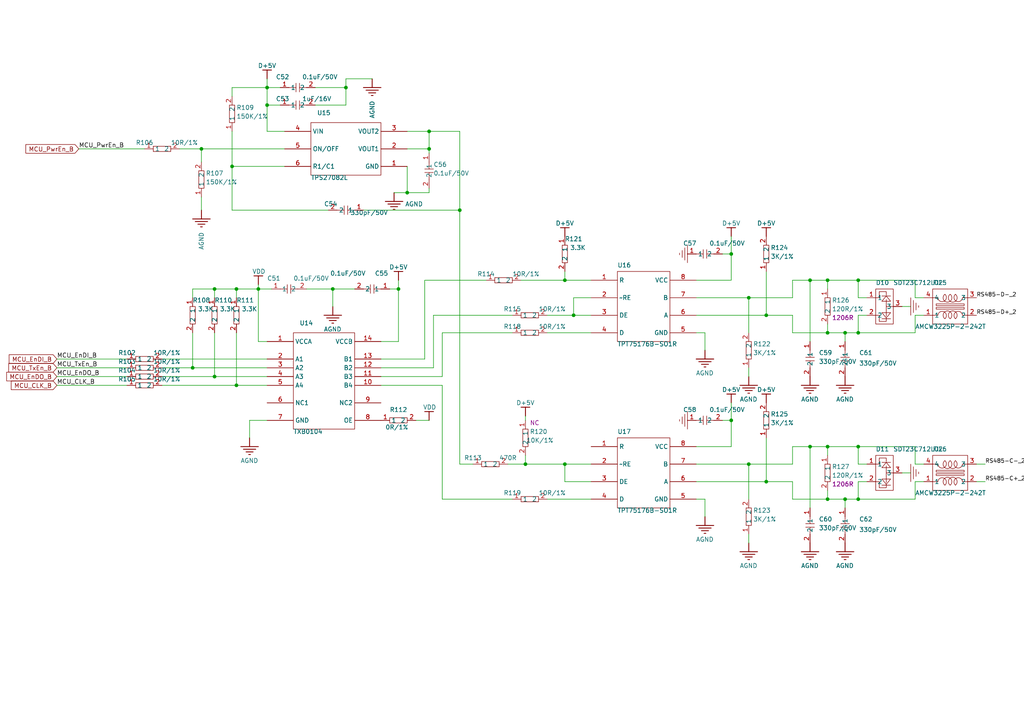
<source format=kicad_sch>
(kicad_sch (version 20231120) (generator "eeschema") (generator_version "8.0")
  (paper "A4")
  (junction (at 68.58 111.76))
  (junction (at 248.92 144.78))
  (junction (at 68.58 83.82))
  (junction (at 248.92 129.54))
  (junction (at 166.37 91.44))
  (junction (at 222.25 91.44))
  (junction (at 163.83 81.28))
  (junction (at 62.23 83.82))
  (junction (at 124.46 38.1))
  (junction (at 67.31 48.26))
  (junction (at 115.57 83.82))
  (junction (at 240.03 96.52))
  (junction (at 133.35 60.96))
  (junction (at 163.83 134.62))
  (junction (at 240.03 81.28))
  (junction (at 234.95 81.28))
  (junction (at 222.25 139.7))
  (junction (at 62.23 109.22))
  (junction (at 240.03 144.78))
  (junction (at 58.42 43.18))
  (junction (at 245.11 144.78))
  (junction (at 212.09 121.92))
  (junction (at 217.17 86.36))
  (junction (at 74.93 83.82))
  (junction (at 77.47 25.4))
  (junction (at 217.17 134.62))
  (junction (at 248.92 81.28))
  (junction (at 55.88 106.68))
  (junction (at 152.4 134.62))
  (junction (at 234.95 129.54))
  (junction (at 248.92 96.52))
  (junction (at 124.46 43.18))
  (junction (at 77.47 30.48))
  (junction (at 96.52 83.82))
  (junction (at 212.09 73.66))
  (junction (at 100.33 25.4))
  (junction (at 245.11 96.52))
  (junction (at 118.11 55.88))
  (junction (at 240.03 129.54))
  (wire (pts (xy 240.03 142.24) (xy 240.03 144.78)))
  (wire (pts (xy 77.47 38.1) (xy 77.47 30.48)))
  (wire (pts (xy 152.4 132.08) (xy 152.4 134.62)))
  (wire (pts (xy 248.92 129.54) (xy 240.03 129.54)))
  (wire (pts (xy 229.87 129.54) (xy 234.95 129.54)))
  (wire (pts (xy 100.33 25.4) (xy 91.44 25.4)))
  (wire (pts (xy 264.16 137.16) (xy 261.62 137.16)))
  (wire (pts (xy 118.11 38.1) (xy 124.46 38.1)))
  (wire (pts (xy 137.16 134.62) (xy 133.35 134.62)))
  (wire (pts (xy 148.59 144.78) (xy 128.27 144.78)))
  (wire (pts (xy 74.93 83.82) (xy 74.93 82.55)))
  (wire (pts (xy 264.16 88.9) (xy 261.62 88.9)))
  (wire (pts (xy 140.97 81.28) (xy 123.19 81.28)))
  (wire (pts (xy 283.21 139.7) (xy 285.75 139.7)))
  (wire (pts (xy 201.93 139.7) (xy 222.25 139.7)))
  (wire (pts (xy 67.31 60.96) (xy 67.31 48.26)))
  (wire (pts (xy 100.33 22.86) (xy 107.95 22.86)))
  (wire (pts (xy 96.52 83.82) (xy 88.9 83.82)))
  (wire (pts (xy 251.46 86.36) (xy 248.92 86.36)))
  (wire (pts (xy 234.95 129.54) (xy 234.95 147.32)))
  (wire (pts (xy 251.46 134.62) (xy 248.92 134.62)))
  (wire (pts (xy 166.37 86.36) (xy 171.45 86.36)))
  (wire (pts (xy 115.57 99.06) (xy 115.57 83.82)))
  (wire (pts (xy 248.92 81.28) (xy 240.03 81.28)))
  (wire (pts (xy 114.3 55.88) (xy 118.11 55.88)))
  (wire (pts (xy 125.73 106.68) (xy 110.49 106.68)))
  (wire (pts (xy 240.03 129.54) (xy 234.95 129.54)))
  (wire (pts (xy 74.93 99.06) (xy 74.93 83.82)))
  (wire (pts (xy 68.58 86.36) (xy 68.58 83.82)))
  (wire (pts (xy 124.46 38.1) (xy 124.46 43.18)))
  (wire (pts (xy 212.09 121.92) (xy 212.09 116.84)))
  (wire (pts (xy 58.42 46.99) (xy 58.42 43.18)))
  (wire (pts (xy 123.19 104.14) (xy 110.49 104.14)))
  (wire (pts (xy 74.93 83.82) (xy 68.58 83.82)))
  (wire (pts (xy 217.17 86.36) (xy 229.87 86.36)))
  (wire (pts (xy 229.87 96.52) (xy 229.87 91.44)))
  (wire (pts (xy 212.09 73.66) (xy 212.09 81.28)))
  (wire (pts (xy 124.46 55.88) (xy 124.46 54.61)))
  (wire (pts (xy 248.92 91.44) (xy 248.92 96.52)))
  (wire (pts (xy 265.43 91.44) (xy 267.97 91.44)))
  (wire (pts (xy 240.03 129.54) (xy 240.03 132.08)))
  (wire (pts (xy 118.11 55.88) (xy 124.46 55.88)))
  (wire (pts (xy 204.47 149.86) (xy 204.47 144.78)))
  (wire (pts (xy 148.59 91.44) (xy 125.73 91.44)))
  (wire (pts (xy 240.03 96.52) (xy 229.87 96.52)))
  (wire (pts (xy 229.87 81.28) (xy 234.95 81.28)))
  (wire (pts (xy 22.86 43.18) (xy 41.91 43.18)))
  (wire (pts (xy 204.47 144.78) (xy 201.93 144.78)))
  (wire (pts (xy 248.92 96.52) (xy 265.43 96.52)))
  (wire (pts (xy 77.47 25.4) (xy 67.31 25.4)))
  (wire (pts (xy 245.11 96.52) (xy 248.92 96.52)))
  (wire (pts (xy 248.92 86.36) (xy 248.92 81.28)))
  (wire (pts (xy 46.99 104.14) (xy 77.47 104.14)))
  (wire (pts (xy 204.47 101.6) (xy 204.47 96.52)))
  (wire (pts (xy 212.09 129.54) (xy 201.93 129.54)))
  (wire (pts (xy 265.43 96.52) (xy 265.43 91.44)))
  (wire (pts (xy 72.39 121.92) (xy 72.39 127)))
  (wire (pts (xy 77.47 30.48) (xy 77.47 25.4)))
  (wire (pts (xy 251.46 139.7) (xy 248.92 139.7)))
  (wire (pts (xy 229.87 86.36) (xy 229.87 81.28)))
  (wire (pts (xy 240.03 81.28) (xy 240.03 83.82)))
  (wire (pts (xy 283.21 134.62) (xy 285.75 134.62)))
  (wire (pts (xy 240.03 144.78) (xy 245.11 144.78)))
  (wire (pts (xy 77.47 106.68) (xy 55.88 106.68)))
  (wire (pts (xy 128.27 96.52) (xy 128.27 109.22)))
  (wire (pts (xy 82.55 38.1) (xy 77.47 38.1)))
  (wire (pts (xy 62.23 83.82) (xy 55.88 83.82)))
  (wire (pts (xy 212.09 73.66) (xy 212.09 68.58)))
  (wire (pts (xy 171.45 81.28) (xy 163.83 81.28)))
  (wire (pts (xy 217.17 96.52) (xy 217.17 86.36)))
  (wire (pts (xy 128.27 111.76) (xy 110.49 111.76)))
  (wire (pts (xy 58.42 60.96) (xy 58.42 57.15)))
  (wire (pts (xy 204.47 96.52) (xy 201.93 96.52)))
  (wire (pts (xy 95.25 60.96) (xy 67.31 60.96)))
  (wire (pts (xy 265.43 129.54) (xy 248.92 129.54)))
  (wire (pts (xy 82.55 48.26) (xy 67.31 48.26)))
  (wire (pts (xy 124.46 38.1) (xy 133.35 38.1)))
  (wire (pts (xy 58.42 43.18) (xy 52.07 43.18)))
  (wire (pts (xy 248.92 134.62) (xy 248.92 129.54)))
  (wire (pts (xy 100.33 30.48) (xy 100.33 25.4)))
  (wire (pts (xy 62.23 109.22) (xy 46.99 109.22)))
  (wire (pts (xy 78.74 83.82) (xy 74.93 83.82)))
  (wire (pts (xy 124.46 43.18) (xy 124.46 44.45)))
  (wire (pts (xy 158.75 91.44) (xy 166.37 91.44)))
  (wire (pts (xy 217.17 134.62) (xy 229.87 134.62)))
  (wire (pts (xy 265.43 139.7) (xy 267.97 139.7)))
  (wire (pts (xy 229.87 134.62) (xy 229.87 129.54)))
  (wire (pts (xy 67.31 25.4) (xy 67.31 27.94)))
  (wire (pts (xy 148.59 96.52) (xy 128.27 96.52)))
  (wire (pts (xy 128.27 144.78) (xy 128.27 111.76)))
  (wire (pts (xy 124.46 121.92) (xy 120.65 121.92)))
  (wire (pts (xy 240.03 81.28) (xy 234.95 81.28)))
  (wire (pts (xy 217.17 109.22) (xy 217.17 106.68)))
  (wire (pts (xy 245.11 147.32) (xy 245.11 144.78)))
  (wire (pts (xy 115.57 83.82) (xy 113.03 83.82)))
  (wire (pts (xy 102.87 83.82) (xy 96.52 83.82)))
  (wire (pts (xy 67.31 48.26) (xy 67.31 38.1)))
  (wire (pts (xy 62.23 109.22) (xy 62.23 96.52)))
  (wire (pts (xy 212.09 81.28) (xy 201.93 81.28)))
  (wire (pts (xy 68.58 111.76) (xy 46.99 111.76)))
  (wire (pts (xy 265.43 144.78) (xy 265.43 139.7)))
  (wire (pts (xy 163.83 139.7) (xy 163.83 134.62)))
  (wire (pts (xy 163.83 81.28) (xy 163.83 78.74)))
  (wire (pts (xy 16.51 106.68) (xy 36.83 106.68)))
  (wire (pts (xy 217.17 86.36) (xy 201.93 86.36)))
  (wire (pts (xy 267.97 134.62) (xy 265.43 134.62)))
  (wire (pts (xy 62.23 86.36) (xy 62.23 83.82)))
  (wire (pts (xy 81.28 25.4) (xy 77.47 25.4)))
  (wire (pts (xy 68.58 83.82) (xy 62.23 83.82)))
  (wire (pts (xy 240.03 93.98) (xy 240.03 96.52)))
  (wire (pts (xy 77.47 109.22) (xy 62.23 109.22)))
  (wire (pts (xy 171.45 91.44) (xy 166.37 91.44)))
  (wire (pts (xy 222.25 91.44) (xy 222.25 78.74)))
  (wire (pts (xy 152.4 134.62) (xy 147.32 134.62)))
  (wire (pts (xy 133.35 134.62) (xy 133.35 60.96)))
  (wire (pts (xy 55.88 106.68) (xy 46.99 106.68)))
  (wire (pts (xy 151.13 81.28) (xy 163.83 81.28)))
  (wire (pts (xy 100.33 22.86) (xy 100.33 25.4)))
  (wire (pts (xy 16.51 104.14) (xy 36.83 104.14)))
  (wire (pts (xy 212.09 121.92) (xy 212.09 129.54)))
  (wire (pts (xy 123.19 81.28) (xy 123.19 104.14)))
  (wire (pts (xy 58.42 43.18) (xy 82.55 43.18)))
  (wire (pts (xy 118.11 48.26) (xy 118.11 55.88)))
  (wire (pts (xy 217.17 134.62) (xy 217.17 144.78)))
  (wire (pts (xy 81.28 30.48) (xy 77.47 30.48)))
  (wire (pts (xy 16.51 111.76) (xy 36.83 111.76)))
  (wire (pts (xy 77.47 99.06) (xy 74.93 99.06)))
  (wire (pts (xy 240.03 144.78) (xy 229.87 144.78)))
  (wire (pts (xy 265.43 134.62) (xy 265.43 129.54)))
  (wire (pts (xy 245.11 144.78) (xy 248.92 144.78)))
  (wire (pts (xy 265.43 86.36) (xy 265.43 81.28)))
  (wire (pts (xy 245.11 99.06) (xy 245.11 96.52)))
  (wire (pts (xy 55.88 106.68) (xy 55.88 96.52)))
  (wire (pts (xy 152.4 134.62) (xy 163.83 134.62)))
  (wire (pts (xy 240.03 96.52) (xy 245.11 96.52)))
  (wire (pts (xy 133.35 60.96) (xy 105.41 60.96)))
  (wire (pts (xy 158.75 144.78) (xy 171.45 144.78)))
  (wire (pts (xy 133.35 38.1) (xy 133.35 60.96)))
  (wire (pts (xy 248.92 139.7) (xy 248.92 144.78)))
  (wire (pts (xy 68.58 111.76) (xy 68.58 96.52)))
  (wire (pts (xy 267.97 86.36) (xy 265.43 86.36)))
  (wire (pts (xy 229.87 91.44) (xy 222.25 91.44)))
  (wire (pts (xy 115.57 81.28) (xy 115.57 83.82)))
  (wire (pts (xy 77.47 25.4) (xy 77.47 22.86)))
  (wire (pts (xy 125.73 91.44) (xy 125.73 106.68)))
  (wire (pts (xy 91.44 30.48) (xy 100.33 30.48)))
  (wire (pts (xy 124.46 43.18) (xy 118.11 43.18)))
  (wire (pts (xy 16.51 109.22) (xy 36.83 109.22)))
  (wire (pts (xy 234.95 81.28) (xy 234.95 99.06)))
  (wire (pts (xy 265.43 81.28) (xy 248.92 81.28)))
  (wire (pts (xy 248.92 144.78) (xy 265.43 144.78)))
  (wire (pts (xy 163.83 134.62) (xy 171.45 134.62)))
  (wire (pts (xy 251.46 91.44) (xy 248.92 91.44)))
  (wire (pts (xy 152.4 120.65) (xy 152.4 121.92)))
  (wire (pts (xy 229.87 139.7) (xy 222.25 139.7)))
  (wire (pts (xy 171.45 139.7) (xy 163.83 139.7)))
  (wire (pts (xy 158.75 96.52) (xy 171.45 96.52)))
  (wire (pts (xy 128.27 109.22) (xy 110.49 109.22)))
  (wire (pts (xy 222.25 139.7) (xy 222.25 127)))
  (wire (pts (xy 209.55 73.66) (xy 212.09 73.66)))
  (wire (pts (xy 217.17 157.48) (xy 217.17 154.94)))
  (wire (pts (xy 96.52 88.9) (xy 96.52 83.82)))
  (wire (pts (xy 201.93 134.62) (xy 217.17 134.62)))
  (wire (pts (xy 201.93 91.44) (xy 222.25 91.44)))
  (wire (pts (xy 229.87 144.78) (xy 229.87 139.7)))
  (wire (pts (xy 166.37 91.44) (xy 166.37 86.36)))
  (wire (pts (xy 77.47 111.76) (xy 68.58 111.76)))
  (wire (pts (xy 77.47 121.92) (xy 72.39 121.92)))
  (wire (pts (xy 209.55 121.92) (xy 212.09 121.92)))
  (wire (pts (xy 55.88 83.82) (xy 55.88 86.36)))
  (wire (pts (xy 110.49 99.06) (xy 115.57 99.06)))
  (label "MCU_TxEn_B" (at 16.51 106.68 0))
  (label "RS485-D+_2" (at 283.21 91.44 0) (effects (font (size 1.143 1.143))))
  (label "MCU_EnDO_B" (at 16.51 109.22 0))
  (label "MCU_EnDI_B" (at 16.51 104.14 0))
  (label "RS485-D-_2" (at 283.21 86.36 0) (effects (font (size 1.143 1.143))))
  (label "MCU_PwrEn_B" (at 22.86 43.18 0))
  (label "RS485-C+_2" (at 285.75 139.7 0) (effects (font (size 1.143 1.143))))
  (label "RS485-C-_2" (at 285.75 134.62 0) (effects (font (size 1.143 1.143))))
  (label "MCU_CLK_B" (at 16.51 111.76 0))
  (global_label "MCU_TxEn_B" (shape input) (at 16.51 106.68 180) (property "Intersheetrefs" "${INTERSHEET_REFS}" (effects (hide yes))))
  (global_label "MCU_CLK_B" (shape input) (at 16.51 111.76 180) (property "Intersheetrefs" "${INTERSHEET_REFS}" (effects (hide yes))))
  (global_label "MCU_EnDO_B" (shape input) (at 16.51 109.22 180) (property "Intersheetrefs" "${INTERSHEET_REFS}" (effects (hide yes))))
  (global_label "MCU_EnDI_B" (shape input) (at 16.51 104.14 180) (property "Intersheetrefs" "${INTERSHEET_REFS}" (effects (hide yes))))
  (global_label "MCU_PwrEn_B" (shape input) (at 22.86 43.18 180) (property "Intersheetrefs" "${INTERSHEET_REFS}" (effects (hide yes))))
  (symbol (lib_id "ProPrj_bte-easyedapro:GND") (at 199.39 73.66 270) (mirror x) (unit 1)
    (property "Reference" "#PWR0215" (effects (hide yes)))
    (property "Value" "GND" (effects (hide yes)))
    (property "Footprint" "ProPrj_bte-easyedapro:" (effects (hide yes)))
  )
  (symbol (lib_id "ProPrj_bte-easyedapro:RES") (at 55.88 54.61 90) (unit 1)
    (property "Reference" "R107" (at 59.69 49.53 90) (effects (justify right bottom)))
    (property "Value" "150K/1%" (at 59.69 52.07 90) (effects (justify right bottom)))
    (property "Footprint" "ProPrj_bte-easyedapro:" (effects (hide yes)))
    (property "Automotive" "AEC-Q200" (effects (hide yes)))
    (property "Datasheet Link" "\\\\10.192.7.10\\Dianqu-CIS\\DATASHEET-New\\电阻\\YAGEO_AC_规格书.pdf" (effects (hide yes)))
    (property "EBOM Description" "电阻-150k-±1%-1/10W-(-55~155℃)-车规-0603" (effects (hide yes)))
    (property "Height" "0.55" (effects (hide yes)))
    (property "ID" "349" (effects (hide yes)))
    (property "Implementation Type" "<none>" (effects (hide yes)))
    (property "New Part Number" "3.2.03.01.00356" (effects (hide yes)))
    (property "Origin Footprint" "0603R" (effects (hide yes)))
    (property "PCB Footprint" "0603R" (effects (hide yes)))
    (property "Part State" "已认定" (effects (hide yes)))
    (property "Part Type" "普通电阻" (effects (hide yes)))
    (property "Power Pins Visible" "False" (effects (hide yes)))
    (property "Primitive" "DEFAULT" (effects (hide yes)))
    (property "Source Package" "RES" (effects (hide yes)))
    (property "priority" "H" (effects (hide yes)))
    (property "purpose" "通用" (effects (hide yes)))
    (property "制造商名称" "MC000003_国巨（YAGEO）" (effects (hide yes)))
  )
  (symbol (lib_id "sheet1-altium-import:D+5V") (at 222.25 68.58 180) (unit 1)
    (property "Reference" "#PWR0223" (effects (hide yes)))
    (property "Value" "D+5V" (at 222.25 64.77 0))
  )
  (symbol (lib_id "ProPrj_bte-easyedapro:RES") (at 58.42 88.9 270) (unit 1)
    (property "Reference" "R108" (at 55.88 86.36 90) (effects (justify left top)))
    (property "Value" "3.3K" (at 57.404 88.9 90) (effects (justify left top)))
    (property "Footprint" "ProPrj_bte-easyedapro:" (effects (hide yes)))
    (property "Automotive" "AEC-Q200" (effects (hide yes)))
    (property "Datasheet Link" "\\\\10.192.7.10\\Dianqu-CIS\\DATASHEET-New\\电阻\\YAGEO_AC_规格书.pdf" (effects (hide yes)))
    (property "EBOM Description" "电阻-3.3K-±5%-1/10W-(-55~155℃)-车规-0603" (effects (hide yes)))
    (property "Height" "0.55" (effects (hide yes)))
    (property "ID" "397" (effects (hide yes)))
    (property "Implementation Type" "<none>" (effects (hide yes)))
    (property "New Part Number" "3.2.03.01.00406" (effects (hide yes)))
    (property "Origin Footprint" "0603R" (effects (hide yes)))
    (property "PCB Footprint" "0603R" (effects (hide yes)))
    (property "Part State" "已认定" (effects (hide yes)))
    (property "Part Type" "普通电阻" (effects (hide yes)))
    (property "Power Pins Visible" "False" (effects (hide yes)))
    (property "Primitive" "DEFAULT" (effects (hide yes)))
    (property "Source Package" "RES" (effects (hide yes)))
    (property "priority" "H" (effects (hide yes)))
    (property "purpose" "通用" (effects (hide yes)))
    (property "制造商名称" "MC000003_国巨（YAGEO）" (effects (hide yes)))
  )
  (symbol (lib_id "sheet1-altium-import:D+5V") (at 152.4 120.65 180) (unit 1)
    (property "Reference" "#PWR0213" (effects (hide yes)))
    (property "Value" "D+5V" (at 152.4 116.84 0))
  )
  (symbol (lib_id "ProPrj_bte-easyedapro:CAP") (at 237.49 154.94 180) (unit 1)
    (property "Reference" "C60" (at 237.49 149.86 0) (effects (justify right bottom)))
    (property "Value" "330pF/50V" (at 237.49 152.4 0) (effects (justify right bottom)))
    (property "Footprint" "ProPrj_bte-easyedapro:" (effects (hide yes)))
    (property "Automotive" "AEC-Q200" (effects (hide yes)))
    (property "Datasheet Link" "\\\\10.192.7.10\\Dianqu-CIS\\DATASHEET-New\\电容\\KEMET_MLCC_规格书.PDF" (effects (hide yes)))
    (property "EBOM Description" "瓷片电容-330pF-±10%-50V-X7R-(-55~125℃)-车规-0603" (effects (hide yes)))
    (property "Height" "0.87" (effects (hide yes)))
    (property "ID" "146" (effects (hide yes)))
    (property "Implementation Type" "<none>" (effects (hide yes)))
    (property "New Part Number" "3.2.04.05.00143" (effects (hide yes)))
    (property "Origin Footprint" "0603C" (effects (hide yes)))
    (property "PCB Footprint" "0603C" (effects (hide yes)))
    (property "Part State" "已认定" (effects (hide yes)))
    (property "Part Type" "瓷片电容" (effects (hide yes)))
    (property "Power Pins Visible" "False" (effects (hide yes)))
    (property "Primitive" "DEFAULT" (effects (hide yes)))
    (property "Source Package" "CAP" (effects (hide yes)))
    (property "priority" "L" (effects (hide yes)))
    (property "purpose" "通用" (effects (hide yes)))
    (property "制造商名称" "MC000042_基美（KEMET）" (effects (hide yes)))
  )
  (symbol (lib_id "ProPrj_bte-easyedapro:RES") (at 39.37 109.22 0) (unit 1)
    (property "Reference" "R105" (at 34.29 109.22 0) (effects (justify left top)))
    (property "Value" "10R/1%" (at 44.45 109.22 0) (effects (justify left top)))
    (property "Footprint" "ProPrj_bte-easyedapro:" (effects (hide yes)))
    (property "Automotive" "非车规" (effects (hide yes)))
    (property "Datasheet Link" "\\\\10.192.7.10\\Dianqu-CIS\\DATASHEET-New\\电阻\\YAGEO_RC_规格书.pdf" (effects (hide yes)))
    (property "EBOM Description" "电阻-10R-±1%-1/10W-(-55~155℃)-0603" (effects (hide yes)))
    (property "Height" "0.55" (effects (hide yes)))
    (property "ID" "269" (effects (hide yes)))
    (property "Implementation Type" "<none>" (effects (hide yes)))
    (property "New Part Number" "3.2.03.01.00274" (effects (hide yes)))
    (property "Origin Footprint" "0603R" (effects (hide yes)))
    (property "PCB Footprint" "0603R" (effects (hide yes)))
    (property "Part State" "已认定" (effects (hide yes)))
    (property "Part Type" "普通电阻" (effects (hide yes)))
    (property "Power Pins Visible" "False" (effects (hide yes)))
    (property "Primitive" "DEFAULT" (effects (hide yes)))
    (property "Source Package" "RES" (effects (hide yes)))
    (property "priority" "H" (effects (hide yes)))
    (property "purpose" "通用" (effects (hide yes)))
    (property "制造商名称" "MC000003_国巨（YAGEO）" (effects (hide yes)))
  )
  (symbol (lib_id "ProPrj_bte-easyedapro:TPS27082L_0") (at 90.17 35.56 0) (unit 1)
    (property "Reference" "U15" (at 91.948 32.004 0) (effects (justify left top)))
    (property "Value" "TPS27082L" (at 90.17 50.8 0) (effects (justify left top)))
    (property "Footprint" "ProPrj_bte-easyedapro:" (effects (hide yes)))
    (property "Implementation Type" "<none>" (effects (hide yes)))
    (property "New Part Number" "3.2.18.26.00074" (effects (hide yes)))
    (property "Origin Footprint" "sot23-6" (effects (hide yes)))
    (property "PCB Footprint" "sot23-6" (effects (hide yes)))
    (property "Power Pins Visible" "False" (effects (hide yes)))
    (property "Primitive" "DEFAULT" (effects (hide yes)))
    (property "Source Package" "TPS27082L_0" (effects (hide yes)))
  )
  (symbol (lib_id "sheet1-altium-import:AGND") (at 234.95 109.22 0) (unit 1)
    (property "Reference" "#PWR0225" (effects (hide yes)))
    (property "Value" "AGND" (at 237.49 115.824 0) (effects (justify right)))
  )
  (symbol (lib_id "ProPrj_bte-easyedapro:RES") (at 151.13 93.98 0) (unit 1)
    (property "Reference" "R118" (at 146.05 93.98 0) (effects (justify left top)))
    (property "Value" "10R/1%" (at 156.21 93.98 0) (effects (justify left top)))
    (property "Footprint" "ProPrj_bte-easyedapro:" (effects (hide yes)))
    (property "Automotive" "非车规" (effects (hide yes)))
    (property "Datasheet Link" "\\\\10.192.7.10\\Dianqu-CIS\\DATASHEET-New\\电阻\\YAGEO_RC_规格书.pdf" (effects (hide yes)))
    (property "EBOM Description" "电阻-10R-±1%-1/10W-(-55~155℃)-0603" (effects (hide yes)))
    (property "Height" "0.55" (effects (hide yes)))
    (property "ID" "269" (effects (hide yes)))
    (property "Implementation Type" "<none>" (effects (hide yes)))
    (property "New Part Number" "3.2.03.01.00274" (effects (hide yes)))
    (property "Origin Footprint" "0603R" (effects (hide yes)))
    (property "PCB Footprint" "0603R" (effects (hide yes)))
    (property "Part State" "已认定" (effects (hide yes)))
    (property "Part Type" "普通电阻" (effects (hide yes)))
    (property "Power Pins Visible" "False" (effects (hide yes)))
    (property "Primitive" "DEFAULT" (effects (hide yes)))
    (property "Source Package" "RES" (effects (hide yes)))
    (property "priority" "H" (effects (hide yes)))
    (property "purpose" "通用" (effects (hide yes)))
    (property "制造商名称" "MC000003_国巨（YAGEO）" (effects (hide yes)))
  )
  (symbol (lib_id "sheet1-altium-import:AGND") (at 217.17 157.48 0) (unit 1)
    (property "Reference" "#PWR0222" (effects (hide yes)))
    (property "Value" "AGND" (at 219.71 164.084 0) (effects (justify right)))
  )
  (symbol (lib_id "ProPrj_bte-easyedapro:RES") (at 219.71 76.2 90) (unit 1)
    (property "Reference" "R124" (at 223.52 71.12 90) (effects (justify right bottom)))
    (property "Value" "3K/1%" (at 223.52 73.66 90) (effects (justify right bottom)))
    (property "Footprint" "ProPrj_bte-easyedapro:" (effects (hide yes)))
    (property "Automotive" "AEC-Q200" (effects (hide yes)))
    (property "Datasheet Link" "\\\\10.192.7.10\\Dianqu-CIS\\DATASHEET-New\\电阻\\YAGEO_AC_规格书.pdf" (effects (hide yes)))
    (property "EBOM Description" "电阻-3K-±1%-1/10W-(-55~155℃)-车规-0603" (effects (hide yes)))
    (property "Height" "0.55" (effects (hide yes)))
    (property "ID" "465" (effects (hide yes)))
    (property "Implementation Type" "<none>" (effects (hide yes)))
    (property "New Part Number" "3.2.03.01.00477" (effects (hide yes)))
    (property "Origin Footprint" "0603R" (effects (hide yes)))
    (property "PCB Footprint" "0603R" (effects (hide yes)))
    (property "Part State" "未认定" (effects (hide yes)))
    (property "Part Type" "普通电阻" (effects (hide yes)))
    (property "Power Pins Visible" "False" (effects (hide yes)))
    (property "Primitive" "DEFAULT" (effects (hide yes)))
    (property "Source Package" "RES" (effects (hide yes)))
    (property "priority" "H" (effects (hide yes)))
    (property "purpose" "通用" (effects (hide yes)))
    (property "制造商名称" "MC000003_国巨（YAGEO）" (effects (hide yes)))
  )
  (symbol (lib_id "sheet1-altium-import:VDD") (at 74.93 82.55 180) (unit 1)
    (property "Reference" "#PWR0181" (effects (hide yes)))
    (property "Value" "VDD" (at 73.152 78.74 0) (effects (justify right)))
  )
  (symbol (lib_id "ProPrj_bte-easyedapro:RES") (at 39.37 106.68 0) (unit 1)
    (property "Reference" "R104" (at 34.29 106.68 0) (effects (justify left top)))
    (property "Value" "10R/1%" (at 44.45 106.68 0) (effects (justify left top)))
    (property "Footprint" "ProPrj_bte-easyedapro:" (effects (hide yes)))
    (property "Automotive" "非车规" (effects (hide yes)))
    (property "Datasheet Link" "\\\\10.192.7.10\\Dianqu-CIS\\DATASHEET-New\\电阻\\YAGEO_RC_规格书.pdf" (effects (hide yes)))
    (property "EBOM Description" "电阻-10R-±1%-1/10W-(-55~155℃)-0603" (effects (hide yes)))
    (property "Height" "0.55" (effects (hide yes)))
    (property "ID" "269" (effects (hide yes)))
    (property "Implementation Type" "<none>" (effects (hide yes)))
    (property "New Part Number" "3.2.03.01.00274" (effects (hide yes)))
    (property "Origin Footprint" "0603R" (effects (hide yes)))
    (property "PCB Footprint" "0603R" (effects (hide yes)))
    (property "Part State" "已认定" (effects (hide yes)))
    (property "Part Type" "普通电阻" (effects (hide yes)))
    (property "Power Pins Visible" "False" (effects (hide yes)))
    (property "Primitive" "DEFAULT" (effects (hide yes)))
    (property "Source Package" "RES" (effects (hide yes)))
    (property "priority" "H" (effects (hide yes)))
    (property "purpose" "通用" (effects (hide yes)))
    (property "制造商名称" "MC000003_国巨（YAGEO）" (effects (hide yes)))
  )
  (symbol (lib_id "sheet1-altium-import:AGND") (at 245.11 109.22 0) (unit 1)
    (property "Reference" "#PWR0227" (effects (hide yes)))
    (property "Value" "AGND" (at 247.65 115.824 0) (effects (justify right)))
  )
  (symbol (lib_id "ProPrj_bte-easyedapro:TPT75176B-SO1R") (at 179.07 127 0) (unit 1)
    (property "Reference" "U17" (at 179.07 124.46 0) (effects (justify left top)))
    (property "Value" "TPT75176B-SO1R" (at 179.07 147.32 0) (effects (justify left top)))
    (property "Footprint" "ProPrj_bte-easyedapro:" (effects (hide yes)))
    (property "Implementation Type" "<none>" (effects (hide yes)))
    (property "New Part Number" "3.2.18.09.00037" (effects (hide yes)))
    (property "Origin Footprint" "sop8-4_0-1_27" (effects (hide yes)))
    (property "PCB Footprint" "sop8-4_0-1_27" (effects (hide yes)))
    (property "Power Pins Visible" "False" (effects (hide yes)))
    (property "Primitive" "DEFAULT" (effects (hide yes)))
    (property "Source Package" "TPT75176B-SO1R" (effects (hide yes)))
  )
  (symbol (lib_id "sheet1-altium-import:AGND") (at 245.11 157.48 0) (unit 1)
    (property "Reference" "#PWR0228" (effects (hide yes)))
    (property "Value" "AGND" (at 247.65 164.084 0) (effects (justify right)))
  )
  (symbol (lib_id "sheet1-altium-import:AGND") (at 217.17 109.22 0) (unit 1)
    (property "Reference" "#PWR0221" (effects (hide yes)))
    (property "Value" "AGND" (at 219.71 115.824 0) (effects (justify right)))
  )
  (symbol (lib_id "ProPrj_bte-easyedapro:GND") (at 264.16 88.9 90) (mirror x) (unit 1)
    (property "Reference" "#PWR0229" (effects (hide yes)))
    (property "Value" "GND" (effects (hide yes)))
    (property "Footprint" "ProPrj_bte-easyedapro:" (effects (hide yes)))
  )
  (symbol (lib_id "ProPrj_bte-easyedapro:CAP") (at 97.79 63.5 90) (unit 1)
    (property "Reference" "C54" (at 93.98 58.42 90) (effects (justify right bottom)))
    (property "Value" "330pF/50V" (at 101.6 60.96 90) (effects (justify right bottom)))
    (property "Footprint" "ProPrj_bte-easyedapro:" (effects (hide yes)))
    (property "Automotive" "AEC-Q200" (effects (hide yes)))
    (property "Datasheet Link" "\\\\10.192.7.10\\Dianqu-CIS\\DATASHEET-New\\电容\\KEMET_MLCC_规格书.PDF" (effects (hide yes)))
    (property "EBOM Description" "瓷片电容-330pF-±10%-50V-X7R-(-55~125℃)-车规-0603" (effects (hide yes)))
    (property "Height" "0.87" (effects (hide yes)))
    (property "ID" "146" (effects (hide yes)))
    (property "Implementation Type" "<none>" (effects (hide yes)))
    (property "New Part Number" "3.2.04.05.00143" (effects (hide yes)))
    (property "Origin Footprint" "0603C" (effects (hide yes)))
    (property "PCB Footprint" "0603C" (effects (hide yes)))
    (property "Part State" "已认定" (effects (hide yes)))
    (property "Part Type" "瓷片电容" (effects (hide yes)))
    (property "Power Pins Visible" "False" (effects (hide yes)))
    (property "Primitive" "DEFAULT" (effects (hide yes)))
    (property "Source Package" "CAP" (effects (hide yes)))
    (property "priority" "L" (effects (hide yes)))
    (property "purpose" "通用" (effects (hide yes)))
    (property "制造商名称" "MC000042_基美（KEMET）" (effects (hide yes)))
  )
  (symbol (lib_id "ProPrj_bte-easyedapro:CAP") (at 88.9 27.94 270) (unit 1)
    (property "Reference" "C53" (at 80.01 27.94 90) (effects (justify left top)))
    (property "Value" "1uF/16V" (at 87.63 27.94 90) (effects (justify left top)))
    (property "Footprint" "ProPrj_bte-easyedapro:" (effects (hide yes)))
    (property "Automotive" "AEC-Q200" (effects (hide yes)))
    (property "Datasheet Link" "\\\\10.30.16.21\\D-UserFiles\\Cadence-share\\CIS_LP\\DATASHEET-New\\电容\\TDK_MLCC_规格书.pdf" (effects (hide yes)))
    (property "EBOM Description" "瓷片电容-1uF-±10%-16V-X7R-(-55~125℃)-车规-0603" (effects (hide yes)))
    (property "Height" "0.9" (effects (hide yes)))
    (property "Implementation Type" "<none>" (effects (hide yes)))
    (property "New Part Number" "3.2.04.05.00164" (effects (hide yes)))
    (property "Origin Footprint" "0603C" (effects (hide yes)))
    (property "PCB Footprint" "0603C" (effects (hide yes)))
    (property "Part State" "已认定" (effects (hide yes)))
    (property "Part Type" "瓷片电容" (effects (hide yes)))
    (property "Power Pins Visible" "False" (effects (hide yes)))
    (property "Primitive" "DEFAULT" (effects (hide yes)))
    (property "Source Package" "CAP" (effects (hide yes)))
    (property "priority" "L" (effects (hide yes)))
    (property "purpose" "通用" (effects (hide yes)))
    (property "制造商名称" "MC000032_东电化（TDK）" (effects (hide yes)))
  )
  (symbol (lib_id "sheet1-altium-import:VDD") (at 124.46 121.92 180) (unit 1)
    (property "Reference" "#PWR0212" (effects (hide yes)))
    (property "Value" "VDD" (at 122.682 118.11 0) (effects (justify right)))
  )
  (symbol (lib_id "sheet1-altium-import:AGND") (at 58.42 60.96 0) (unit 1)
    (property "Reference" "#PWR0166" (effects (hide yes)))
    (property "Value" "AGND" (at 58.42 67.31 90) (effects (justify right)))
  )
  (symbol (lib_id "ProPrj_bte-easyedapro:CAP") (at 86.36 81.28 270) (unit 1)
    (property "Reference" "C51" (at 77.47 80.01 90) (effects (justify left top)))
    (property "Value" "0.1uF/50V" (at 85.09 80.01 90) (effects (justify left top)))
    (property "Footprint" "ProPrj_bte-easyedapro:" (effects (hide yes)))
    (property "Automotive" "AEC-Q200" (effects (hide yes)))
    (property "Datasheet Link" "\\\\10.192.7.10\\Dianqu-CIS\\DATASHEET-New\\电容\\KEMET_MLCC_规格书.PDF" (effects (hide yes)))
    (property "EBOM Description" "瓷片电容-0.1uF-±10%-50V-X7R-(-55~125℃)-车规-0603" (effects (hide yes)))
    (property "Height" "0.87" (effects (hide yes)))
    (property "ID" "135" (effects (hide yes)))
    (property "Implementation Type" "<none>" (effects (hide yes)))
    (property "New Part Number" "3.2.04.05.00132" (effects (hide yes)))
    (property "Origin Footprint" "0603C" (effects (hide yes)))
    (property "PCB Footprint" "0603C" (effects (hide yes)))
    (property "Part State" "已认定" (effects (hide yes)))
    (property "Part Type" "瓷片电容" (effects (hide yes)))
    (property "Power Pins Visible" "False" (effects (hide yes)))
    (property "Primitive" "DEFAULT" (effects (hide yes)))
    (property "Source Package" "CAP" (effects (hide yes)))
    (property "priority" "H" (effects (hide yes)))
    (property "purpose" "通用" (effects (hide yes)))
    (property "制造商名称" "MC000042_基美（KEMET）" (effects (hide yes)))
  )
  (symbol (lib_id "sheet1-altium-import:D+5V") (at 212.09 68.58 180) (unit 1)
    (property "Reference" "#PWR0219" (effects (hide yes)))
    (property "Value" "D+5V" (at 212.09 64.77 0))
  )
  (symbol (lib_id "sheet1-altium-import:AGND") (at 72.39 127 0) (unit 1)
    (property "Reference" "#PWR0180" (effects (hide yes)))
    (property "Value" "AGND" (at 74.93 133.604 0) (effects (justify right)))
  )
  (symbol (lib_id "ProPrj_bte-easyedapro:RES") (at 166.37 71.12 270) (unit 1)
    (property "Reference" "R121" (at 163.83 68.58 90) (effects (justify left top)))
    (property "Value" "3.3K" (at 165.354 71.12 90) (effects (justify left top)))
    (property "Footprint" "ProPrj_bte-easyedapro:" (effects (hide yes)))
    (property "Automotive" "AEC-Q200" (effects (hide yes)))
    (property "Datasheet Link" "\\\\10.192.7.10\\Dianqu-CIS\\DATASHEET-New\\电阻\\YAGEO_AC_规格书.pdf" (effects (hide yes)))
    (property "EBOM Description" "电阻-3.3K-±5%-1/10W-(-55~155℃)-车规-0603" (effects (hide yes)))
    (property "Height" "0.55" (effects (hide yes)))
    (property "ID" "397" (effects (hide yes)))
    (property "Implementation Type" "<none>" (effects (hide yes)))
    (property "New Part Number" "3.2.03.01.00406" (effects (hide yes)))
    (property "Origin Footprint" "0603R" (effects (hide yes)))
    (property "PCB Footprint" "0603R" (effects (hide yes)))
    (property "Part State" "已认定" (effects (hide yes)))
    (property "Part Type" "普通电阻" (effects (hide yes)))
    (property "Power Pins Visible" "False" (effects (hide yes)))
    (property "Primitive" "DEFAULT" (effects (hide yes)))
    (property "Source Package" "RES" (effects (hide yes)))
    (property "priority" "H" (effects (hide yes)))
    (property "purpose" "通用" (effects (hide yes)))
    (property "制造商名称" "MC000003_国巨（YAGEO）" (effects (hide yes)))
  )
  (symbol (lib_id "sheet1-altium-import:AGND") (at 107.95 22.86 0) (unit 1)
    (property "Reference" "#PWR0184" (effects (hide yes)))
    (property "Value" "AGND" (at 107.95 29.21 90) (effects (justify right)))
  )
  (symbol (lib_id "ProPrj_bte-easyedapro:TXB0104_0") (at 85.09 96.52 0) (unit 1)
    (property "Reference" "U14" (at 86.868 92.964 0) (effects (justify left top)))
    (property "Value" "TXB0104" (at 85.09 124.46 0) (effects (justify left top)))
    (property "Footprint" "ProPrj_bte-easyedapro:" (effects (hide yes)))
    (property "Implementation Type" "<none>" (effects (hide yes)))
    (property "New Part Number" "3.2.18.04.00021" (effects (hide yes)))
    (property "Origin Footprint" "sop14-4_5-0_65" (effects (hide yes)))
    (property "PCB Footprint" "sop14-4_5-0_65" (effects (hide yes)))
    (property "Power Pins Visible" "False" (effects (hide yes)))
    (property "Primitive" "DEFAULT" (effects (hide yes)))
    (property "Source Package" "TXB0104_0" (effects (hide yes)))
  )
  (symbol (lib_id "ProPrj_bte-easyedapro:RES") (at 44.45 40.64 0) (unit 1)
    (property "Reference" "R106" (at 39.37 40.64 0) (effects (justify left top)))
    (property "Value" "10R/1%" (at 49.53 40.64 0) (effects (justify left top)))
    (property "Footprint" "ProPrj_bte-easyedapro:" (effects (hide yes)))
    (property "Automotive" "非车规" (effects (hide yes)))
    (property "Datasheet Link" "\\\\10.192.7.10\\Dianqu-CIS\\DATASHEET-New\\电阻\\YAGEO_RC_规格书.pdf" (effects (hide yes)))
    (property "EBOM Description" "电阻-10R-±1%-1/10W-(-55~155℃)-0603" (effects (hide yes)))
    (property "Height" "0.55" (effects (hide yes)))
    (property "ID" "269" (effects (hide yes)))
    (property "Implementation Type" "<none>" (effects (hide yes)))
    (property "New Part Number" "3.2.03.01.00274" (effects (hide yes)))
    (property "Origin Footprint" "0603R" (effects (hide yes)))
    (property "PCB Footprint" "0603R" (effects (hide yes)))
    (property "Part State" "已认定" (effects (hide yes)))
    (property "Part Type" "普通电阻" (effects (hide yes)))
    (property "Power Pins Visible" "False" (effects (hide yes)))
    (property "Primitive" "DEFAULT" (effects (hide yes)))
    (property "Source Package" "RES" (effects (hide yes)))
    (property "priority" "H" (effects (hide yes)))
    (property "purpose" "通用" (effects (hide yes)))
    (property "制造商名称" "MC000003_国巨（YAGEO）" (effects (hide yes)))
  )
  (symbol (lib_id "ProPrj_bte-easyedapro:Diode-BAW56-SOT23") (at 259.08 83.82 270) (unit 1)
    (property "Reference" "D10" (at 254 81.28 90) (effects (justify left top)))
    (property "Value" "SDT23C712L02" (at 259.08 81.28 90) (effects (justify left top)))
    (property "Footprint" "ProPrj_bte-easyedapro:" (effects (hide yes)))
    (property "Implementation Type" "<none>" (effects (hide yes)))
    (property "New Part Number" "3.2.13.08.00117" (effects (hide yes)))
    (property "Origin Footprint" "sot23" (effects (hide yes)))
    (property "PCB Footprint" "sot23" (effects (hide yes)))
    (property "Power Pins Visible" "False" (effects (hide yes)))
    (property "Primitive" "DEFAULT" (effects (hide yes)))
    (property "Source Package" "Diode-BAW56-SOT23" (effects (hide yes)))
  )
  (symbol (lib_id "ProPrj_bte-easyedapro:ComInductor-AMCW3225P-2-242T") (at 270.51 93.98 0) (mirror x) (unit 1)
    (property "Reference" "FIL5" (at 270.51 81.28 0) (effects (justify left bottom)))
    (property "Value" "AMCW3225P-2-242T" (at 265.43 93.98 0) (effects (justify left bottom)))
    (property "Footprint" "ProPrj_bte-easyedapro:" (effects (hide yes)))
    (property "Implementation Type" "<none>" (effects (hide yes)))
    (property "New Part Number" "3.2.06.05.00034" (effects (hide yes)))
    (property "Origin Footprint" "3225L" (effects (hide yes)))
    (property "PCB Footprint" "3225L" (effects (hide yes)))
    (property "Power Pins Visible" "False" (effects (hide yes)))
    (property "Primitive" "DEFAULT" (effects (hide yes)))
    (property "Source Package" "ComInductor-AMCW3225P-2-242T" (effects (hide yes)))
  )
  (symbol (lib_id "ProPrj_bte-easyedapro:CAP") (at 237.49 106.68 180) (unit 1)
    (property "Reference" "C59" (at 237.49 101.6 0) (effects (justify right bottom)))
    (property "Value" "330pF/50V" (at 237.49 104.14 0) (effects (justify right bottom)))
    (property "Footprint" "ProPrj_bte-easyedapro:" (effects (hide yes)))
    (property "Automotive" "AEC-Q200" (effects (hide yes)))
    (property "Datasheet Link" "\\\\10.192.7.10\\Dianqu-CIS\\DATASHEET-New\\电容\\KEMET_MLCC_规格书.PDF" (effects (hide yes)))
    (property "EBOM Description" "瓷片电容-330pF-±10%-50V-X7R-(-55~125℃)-车规-0603" (effects (hide yes)))
    (property "Height" "0.87" (effects (hide yes)))
    (property "ID" "146" (effects (hide yes)))
    (property "Implementation Type" "<none>" (effects (hide yes)))
    (property "New Part Number" "3.2.04.05.00143" (effects (hide yes)))
    (property "Origin Footprint" "0603C" (effects (hide yes)))
    (property "PCB Footprint" "0603C" (effects (hide yes)))
    (property "Part State" "已认定" (effects (hide yes)))
    (property "Part Type" "瓷片电容" (effects (hide yes)))
    (property "Power Pins Visible" "False" (effects (hide yes)))
    (property "Primitive" "DEFAULT" (effects (hide yes)))
    (property "Source Package" "CAP" (effects (hide yes)))
    (property "priority" "L" (effects (hide yes)))
    (property "purpose" "通用" (effects (hide yes)))
    (property "制造商名称" "MC000042_基美（KEMET）" (effects (hide yes)))
  )
  (symbol (lib_id "ProPrj_bte-easyedapro:RES") (at 39.37 104.14 0) (unit 1)
    (property "Reference" "R103" (at 34.29 104.14 0) (effects (justify left top)))
    (property "Value" "10R/1%" (at 44.45 104.14 0) (effects (justify left top)))
    (property "Footprint" "ProPrj_bte-easyedapro:" (effects (hide yes)))
    (property "Automotive" "非车规" (effects (hide yes)))
    (property "Datasheet Link" "\\\\10.192.7.10\\Dianqu-CIS\\DATASHEET-New\\电阻\\YAGEO_RC_规格书.pdf" (effects (hide yes)))
    (property "EBOM Description" "电阻-10R-±1%-1/10W-(-55~155℃)-0603" (effects (hide yes)))
    (property "Height" "0.55" (effects (hide yes)))
    (property "ID" "269" (effects (hide yes)))
    (property "Implementation Type" "<none>" (effects (hide yes)))
    (property "New Part Number" "3.2.03.01.00274" (effects (hide yes)))
    (property "Origin Footprint" "0603R" (effects (hide yes)))
    (property "PCB Footprint" "0603R" (effects (hide yes)))
    (property "Part State" "已认定" (effects (hide yes)))
    (property "Part Type" "普通电阻" (effects (hide yes)))
    (property "Power Pins Visible" "False" (effects (hide yes)))
    (property "Primitive" "DEFAULT" (effects (hide yes)))
    (property "Source Package" "RES" (effects (hide yes)))
    (property "priority" "H" (effects (hide yes)))
    (property "purpose" "通用" (effects (hide yes)))
    (property "制造商名称" "MC000003_国巨（YAGEO）" (effects (hide yes)))
  )
  (symbol (lib_id "ProPrj_bte-easyedapro:Diode-BAW56-SOT23") (at 259.08 132.08 270) (unit 1)
    (property "Reference" "D11" (at 254 129.54 90) (effects (justify left top)))
    (property "Value" "SDT23C712L02" (at 259.08 129.54 90) (effects (justify left top)))
    (property "Footprint" "ProPrj_bte-easyedapro:" (effects (hide yes)))
    (property "Implementation Type" "<none>" (effects (hide yes)))
    (property "New Part Number" "3.2.13.08.00117" (effects (hide yes)))
    (property "Origin Footprint" "sot23" (effects (hide yes)))
    (property "PCB Footprint" "sot23" (effects (hide yes)))
    (property "Power Pins Visible" "False" (effects (hide yes)))
    (property "Primitive" "DEFAULT" (effects (hide yes)))
    (property "Source Package" "Diode-BAW56-SOT23" (effects (hide yes)))
  )
  (symbol (lib_id "ProPrj_bte-easyedapro:RES") (at 71.12 88.9 270) (unit 1)
    (property "Reference" "R111" (at 68.58 86.36 90) (effects (justify left top)))
    (property "Value" "3.3K" (at 70.104 88.9 90) (effects (justify left top)))
    (property "Footprint" "ProPrj_bte-easyedapro:" (effects (hide yes)))
    (property "Automotive" "AEC-Q200" (effects (hide yes)))
    (property "Datasheet Link" "\\\\10.192.7.10\\Dianqu-CIS\\DATASHEET-New\\电阻\\YAGEO_AC_规格书.pdf" (effects (hide yes)))
    (property "EBOM Description" "电阻-3.3K-±5%-1/10W-(-55~155℃)-车规-0603" (effects (hide yes)))
    (property "Height" "0.55" (effects (hide yes)))
    (property "ID" "397" (effects (hide yes)))
    (property "Implementation Type" "<none>" (effects (hide yes)))
    (property "New Part Number" "3.2.03.01.00406" (effects (hide yes)))
    (property "Origin Footprint" "0603R" (effects (hide yes)))
    (property "PCB Footprint" "0603R" (effects (hide yes)))
    (property "Part State" "已认定" (effects (hide yes)))
    (property "Part Type" "普通电阻" (effects (hide yes)))
    (property "Power Pins Visible" "False" (effects (hide yes)))
    (property "Primitive" "DEFAULT" (effects (hide yes)))
    (property "Source Package" "RES" (effects (hide yes)))
    (property "priority" "H" (effects (hide yes)))
    (property "purpose" "通用" (effects (hide yes)))
    (property "制造商名称" "MC000003_国巨（YAGEO）" (effects (hide yes)))
  )
  (symbol (lib_id "sheet1-altium-import:D+5V") (at 77.47 22.86 180) (unit 1)
    (property "Reference" "#PWR0182" (effects (hide yes)))
    (property "Value" "D+5V" (at 77.47 19.05 0))
  )
  (symbol (lib_id "ProPrj_bte-easyedapro:RES") (at 242.57 86.36 270) (unit 1)
    (property "Reference" "R126" (at 241.3 86.36 90) (effects (justify left top)))
    (property "Value" "120R/1%" (at 241.3 88.9 90) (effects (justify left top)))
    (property "Footprint" "ProPrj_bte-easyedapro:" (effects (hide yes)))
    (property "Automotive" "AEC-Q200" (effects (hide yes)))
    (property "Height" "1" (effects (hide yes)))
    (property "Implementation Type" "<none>" (effects (hide yes)))
    (property "New Part Number" "3.2.03.01.00591" (effects (hide yes)))
    (property "Origin Footprint" "1206R" (at 241.3 91.44 90) (effects (justify left top)))
    (property "PCB Footprint" "1206R" (at 241.3 91.44 90) (effects (justify left top)))
    (property "Part State" "已认定" (effects (hide yes)))
    (property "Part Type" "普通电阻" (effects (hide yes)))
    (property "Power Pins Visible" "False" (effects (hide yes)))
    (property "Primitive" "DEFAULT" (effects (hide yes)))
    (property "Source Package" "RES" (effects (hide yes)))
    (property "priority" "L" (effects (hide yes)))
    (property "purpose" "通用" (effects (hide yes)))
    (property "制造商名称" "MC000003_国巨（YAGEO）" (effects (hide yes)))
  )
  (symbol (lib_id "ProPrj_bte-easyedapro:CAP") (at 207.01 119.38 270) (unit 1)
    (property "Reference" "C58" (at 198.12 118.11 90) (effects (justify left top)))
    (property "Value" "0.1uF/50V" (at 205.74 118.11 90) (effects (justify left top)))
    (property "Footprint" "ProPrj_bte-easyedapro:" (effects (hide yes)))
    (property "Automotive" "AEC-Q200" (effects (hide yes)))
    (property "Datasheet Link" "\\\\10.192.7.10\\Dianqu-CIS\\DATASHEET-New\\电容\\KEMET_MLCC_规格书.PDF" (effects (hide yes)))
    (property "EBOM Description" "瓷片电容-0.1uF-±10%-50V-X7R-(-55~125℃)-车规-0603" (effects (hide yes)))
    (property "Height" "0.87" (effects (hide yes)))
    (property "ID" "135" (effects (hide yes)))
    (property "Implementation Type" "<none>" (effects (hide yes)))
    (property "New Part Number" "3.2.04.05.00132" (effects (hide yes)))
    (property "Origin Footprint" "0603C" (effects (hide yes)))
    (property "PCB Footprint" "0603C" (effects (hide yes)))
    (property "Part State" "已认定" (effects (hide yes)))
    (property "Part Type" "瓷片电容" (effects (hide yes)))
    (property "Power Pins Visible" "False" (effects (hide yes)))
    (property "Primitive" "DEFAULT" (effects (hide yes)))
    (property "Source Package" "CAP" (effects (hide yes)))
    (property "priority" "H" (effects (hide yes)))
    (property "purpose" "通用" (effects (hide yes)))
    (property "制造商名称" "MC000042_基美（KEMET）" (effects (hide yes)))
  )
  (symbol (lib_id "ProPrj_bte-easyedapro:RES") (at 242.57 134.62 270) (unit 1)
    (property "Reference" "R127" (at 241.3 134.62 90) (effects (justify left top)))
    (property "Value" "120R/1%" (at 241.3 137.16 90) (effects (justify left top)))
    (property "Footprint" "ProPrj_bte-easyedapro:" (effects (hide yes)))
    (property "Automotive" "AEC-Q200" (effects (hide yes)))
    (property "Height" "1" (effects (hide yes)))
    (property "Implementation Type" "<none>" (effects (hide yes)))
    (property "New Part Number" "3.2.03.01.00591" (effects (hide yes)))
    (property "Origin Footprint" "1206R" (at 241.3 139.7 90) (effects (justify left top)))
    (property "PCB Footprint" "1206R" (at 241.3 139.7 90) (effects (justify left top)))
    (property "Part State" "已认定" (effects (hide yes)))
    (property "Part Type" "普通电阻" (effects (hide yes)))
    (property "Power Pins Visible" "False" (effects (hide yes)))
    (property "Primitive" "DEFAULT" (effects (hide yes)))
    (property "Source Package" "RES" (effects (hide yes)))
    (property "priority" "L" (effects (hide yes)))
    (property "purpose" "通用" (effects (hide yes)))
    (property "制造商名称" "MC000003_国巨（YAGEO）" (effects (hide yes)))
  )
  (symbol (lib_id "ProPrj_bte-easyedapro:RES") (at 143.51 78.74 0) (unit 1)
    (property "Reference" "R114" (at 138.43 78.74 0) (effects (justify left top)))
    (property "Value" "10R/1%" (at 148.59 78.74 0) (effects (justify left top)))
    (property "Footprint" "ProPrj_bte-easyedapro:" (effects (hide yes)))
    (property "Automotive" "非车规" (effects (hide yes)))
    (property "Datasheet Link" "\\\\10.192.7.10\\Dianqu-CIS\\DATASHEET-New\\电阻\\YAGEO_RC_规格书.pdf" (effects (hide yes)))
    (property "EBOM Description" "电阻-10R-±1%-1/10W-(-55~155℃)-0603" (effects (hide yes)))
    (property "Height" "0.55" (effects (hide yes)))
    (property "ID" "269" (effects (hide yes)))
    (property "Implementation Type" "<none>" (effects (hide yes)))
    (property "New Part Number" "3.2.03.01.00274" (effects (hide yes)))
    (property "Origin Footprint" "0603R" (effects (hide yes)))
    (property "PCB Footprint" "0603R" (effects (hide yes)))
    (property "Part State" "已认定" (effects (hide yes)))
    (property "Part Type" "普通电阻" (effects (hide yes)))
    (property "Power Pins Visible" "False" (effects (hide yes)))
    (property "Primitive" "DEFAULT" (effects (hide yes)))
    (property "Source Package" "RES" (effects (hide yes)))
    (property "priority" "H" (effects (hide yes)))
    (property "purpose" "通用" (effects (hide yes)))
    (property "制造商名称" "MC000003_国巨（YAGEO）" (effects (hide yes)))
  )
  (symbol (lib_id "ProPrj_bte-easyedapro:CAP") (at 105.41 81.28 90) (mirror x) (unit 1)
    (property "Reference" "C55" (at 108.712 80.01 90) (effects (justify right bottom)))
    (property "Value" "0.1uF/50V" (at 95.758 80.01 90) (effects (justify right bottom)))
    (property "Footprint" "ProPrj_bte-easyedapro:" (effects (hide yes)))
    (property "Automotive" "AEC-Q200" (effects (hide yes)))
    (property "Datasheet Link" "\\\\10.192.7.10\\Dianqu-CIS\\DATASHEET-New\\电容\\KEMET_MLCC_规格书.PDF" (effects (hide yes)))
    (property "EBOM Description" "瓷片电容-0.1uF-±10%-50V-X7R-(-55~125℃)-车规-0603" (effects (hide yes)))
    (property "Height" "0.87" (effects (hide yes)))
    (property "ID" "135" (effects (hide yes)))
    (property "Implementation Type" "<none>" (effects (hide yes)))
    (property "New Part Number" "3.2.04.05.00132" (effects (hide yes)))
    (property "Origin Footprint" "0603C" (effects (hide yes)))
    (property "PCB Footprint" "0603C" (effects (hide yes)))
    (property "Part State" "已认定" (effects (hide yes)))
    (property "Part Type" "瓷片电容" (effects (hide yes)))
    (property "Power Pins Visible" "False" (effects (hide yes)))
    (property "Primitive" "DEFAULT" (effects (hide yes)))
    (property "Source Package" "CAP" (effects (hide yes)))
    (property "priority" "H" (effects (hide yes)))
    (property "purpose" "通用" (effects (hide yes)))
    (property "制造商名称" "MC000042_基美（KEMET）" (effects (hide yes)))
  )
  (symbol (lib_id "ProPrj_bte-easyedapro:RES") (at 39.37 101.6 0) (unit 1)
    (property "Reference" "R102" (at 34.29 101.6 0) (effects (justify left top)))
    (property "Value" "10R/1%" (at 44.45 101.6 0) (effects (justify left top)))
    (property "Footprint" "ProPrj_bte-easyedapro:" (effects (hide yes)))
    (property "Automotive" "非车规" (effects (hide yes)))
    (property "Datasheet Link" "\\\\10.192.7.10\\Dianqu-CIS\\DATASHEET-New\\电阻\\YAGEO_RC_规格书.pdf" (effects (hide yes)))
    (property "EBOM Description" "电阻-10R-±1%-1/10W-(-55~155℃)-0603" (effects (hide yes)))
    (property "Height" "0.55" (effects (hide yes)))
    (property "ID" "269" (effects (hide yes)))
    (property "Implementation Type" "<none>" (effects (hide yes)))
    (property "New Part Number" "3.2.03.01.00274" (effects (hide yes)))
    (property "Origin Footprint" "0603R" (effects (hide yes)))
    (property "PCB Footprint" "0603R" (effects (hide yes)))
    (property "Part State" "已认定" (effects (hide yes)))
    (property "Part Type" "普通电阻" (effects (hide yes)))
    (property "Power Pins Visible" "False" (effects (hide yes)))
    (property "Primitive" "DEFAULT" (effects (hide yes)))
    (property "Source Package" "RES" (effects (hide yes)))
    (property "priority" "H" (effects (hide yes)))
    (property "purpose" "通用" (effects (hide yes)))
    (property "制造商名称" "MC000003_国巨（YAGEO）" (effects (hide yes)))
  )
  (symbol (lib_id "ProPrj_bte-easyedapro:RES") (at 113.03 119.38 0) (unit 1)
    (property "Reference" "R112" (at 113.03 118.11 0) (effects (justify left top)))
    (property "Value" "0R/1%" (at 111.76 123.19 0) (effects (justify left top)))
    (property "Footprint" "ProPrj_bte-easyedapro:" (effects (hide yes)))
    (property "Automotive" "AEC-Q200" (effects (hide yes)))
    (property "Datasheet Link" "\\\\10.192.7.10\\Dianqu-CIS\\DATASHEET-New\\电阻\\YAGEO_AC_规格书.pdf" (effects (hide yes)))
    (property "EBOM Description" "电阻-0R-±1%-1/10W-(-55~155℃)-车规-0603" (effects (hide yes)))
    (property "Height" "0.55" (effects (hide yes)))
    (property "ID" "245" (effects (hide yes)))
    (property "Implementation Type" "<none>" (effects (hide yes)))
    (property "New Part Number" "3.2.03.01.00250" (effects (hide yes)))
    (property "Origin Footprint" "0603R" (effects (hide yes)))
    (property "PCB Footprint" "0603R" (effects (hide yes)))
    (property "Part State" "已认定" (effects (hide yes)))
    (property "Part Type" "普通电阻" (effects (hide yes)))
    (property "Power Pins Visible" "False" (effects (hide yes)))
    (property "Primitive" "DEFAULT" (effects (hide yes)))
    (property "Source Package" "RES" (effects (hide yes)))
    (property "priority" "H" (effects (hide yes)))
    (property "purpose" "通用" (effects (hide yes)))
    (property "制造商名称" "MC000003_国巨（YAGEO）" (effects (hide yes)))
  )
  (symbol (lib_id "ProPrj_bte-easyedapro:RES") (at 139.7 132.08 0) (unit 1)
    (property "Reference" "R113" (at 134.62 132.08 0) (effects (justify left top)))
    (property "Value" "470R" (at 144.78 132.08 0) (effects (justify left top)))
    (property "Footprint" "ProPrj_bte-easyedapro:" (effects (hide yes)))
    (property "Automotive" "AEC-Q200" (effects (hide yes)))
    (property "Datasheet Link" "\\\\10.192.7.10\\Dianqu-CIS\\DATASHEET-New\\电阻\\YAGEO_AC_规格书.pdf" (effects (hide yes)))
    (property "EBOM Description" "电阻-470R-±5%-1/10W-(-55~155℃)-车规-0603" (effects (hide yes)))
    (property "Height" "0.55" (effects (hide yes)))
    (property "ID" "398" (effects (hide yes)))
    (property "Implementation Type" "<none>" (effects (hide yes)))
    (property "New Part Number" "3.2.03.01.00407" (effects (hide yes)))
    (property "Origin Footprint" "0603R" (effects (hide yes)))
    (property "PCB Footprint" "0603R" (effects (hide yes)))
    (property "Part State" "已认定" (effects (hide yes)))
    (property "Part Type" "普通电阻" (effects (hide yes)))
    (property "Power Pins Visible" "False" (effects (hide yes)))
    (property "Primitive" "DEFAULT" (effects (hide yes)))
    (property "Source Package" "RES" (effects (hide yes)))
    (property "priority" "H" (effects (hide yes)))
    (property "purpose" "通用" (effects (hide yes)))
    (property "制造商名称" "MC000003_国巨（YAGEO）" (effects (hide yes)))
  )
  (symbol (lib_id "sheet1-altium-import:AGND") (at 204.47 149.86 0) (unit 1)
    (property "Reference" "#PWR0218" (effects (hide yes)))
    (property "Value" "AGND" (at 207.01 156.464 0) (effects (justify right)))
  )
  (symbol (lib_id "sheet1-altium-import:D+5V") (at 115.57 81.28 180) (unit 1)
    (property "Reference" "#PWR0211" (effects (hide yes)))
    (property "Value" "D+5V" (at 115.57 77.47 0))
  )
  (symbol (lib_id "sheet1-altium-import:D+5V") (at 212.09 116.84 180) (unit 1)
    (property "Reference" "#PWR0220" (effects (hide yes)))
    (property "Value" "D+5V" (at 212.09 113.03 0))
  )
  (symbol (lib_id "ProPrj_bte-easyedapro:RES") (at 64.77 35.56 90) (unit 1)
    (property "Reference" "R109" (at 68.58 30.48 90) (effects (justify right bottom)))
    (property "Value" "150K/1%" (at 68.58 33.02 90) (effects (justify right bottom)))
    (property "Footprint" "ProPrj_bte-easyedapro:" (effects (hide yes)))
    (property "Automotive" "AEC-Q200" (effects (hide yes)))
    (property "Datasheet Link" "\\\\10.192.7.10\\Dianqu-CIS\\DATASHEET-New\\电阻\\YAGEO_AC_规格书.pdf" (effects (hide yes)))
    (property "EBOM Description" "电阻-150k-±1%-1/10W-(-55~155℃)-车规-0603" (effects (hide yes)))
    (property "Height" "0.55" (effects (hide yes)))
    (property "ID" "349" (effects (hide yes)))
    (property "Implementation Type" "<none>" (effects (hide yes)))
    (property "New Part Number" "3.2.03.01.00356" (effects (hide yes)))
    (property "Origin Footprint" "0603R" (effects (hide yes)))
    (property "PCB Footprint" "0603R" (effects (hide yes)))
    (property "Part State" "已认定" (effects (hide yes)))
    (property "Part Type" "普通电阻" (effects (hide yes)))
    (property "Power Pins Visible" "False" (effects (hide yes)))
    (property "Primitive" "DEFAULT" (effects (hide yes)))
    (property "Source Package" "RES" (effects (hide yes)))
    (property "priority" "H" (effects (hide yes)))
    (property "purpose" "通用" (effects (hide yes)))
    (property "制造商名称" "MC000003_国巨（YAGEO）" (effects (hide yes)))
  )
  (symbol (lib_id "ProPrj_bte-easyedapro:RES") (at 151.13 88.9 0) (unit 1)
    (property "Reference" "R115" (at 146.05 88.9 0) (effects (justify left top)))
    (property "Value" "10R/1%" (at 156.21 88.9 0) (effects (justify left top)))
    (property "Footprint" "ProPrj_bte-easyedapro:" (effects (hide yes)))
    (property "Automotive" "非车规" (effects (hide yes)))
    (property "Datasheet Link" "\\\\10.192.7.10\\Dianqu-CIS\\DATASHEET-New\\电阻\\YAGEO_RC_规格书.pdf" (effects (hide yes)))
    (property "EBOM Description" "电阻-10R-±1%-1/10W-(-55~155℃)-0603" (effects (hide yes)))
    (property "Height" "0.55" (effects (hide yes)))
    (property "ID" "269" (effects (hide yes)))
    (property "Implementation Type" "<none>" (effects (hide yes)))
    (property "New Part Number" "3.2.03.01.00274" (effects (hide yes)))
    (property "Origin Footprint" "0603R" (effects (hide yes)))
    (property "PCB Footprint" "0603R" (effects (hide yes)))
    (property "Part State" "已认定" (effects (hide yes)))
    (property "Part Type" "普通电阻" (effects (hide yes)))
    (property "Power Pins Visible" "False" (effects (hide yes)))
    (property "Primitive" "DEFAULT" (effects (hide yes)))
    (property "Source Package" "RES" (effects (hide yes)))
    (property "priority" "H" (effects (hide yes)))
    (property "purpose" "通用" (effects (hide yes)))
    (property "制造商名称" "MC000003_国巨（YAGEO）" (effects (hide yes)))
  )
  (symbol (lib_id "sheet1-altium-import:D+5V") (at 163.83 68.58 180) (unit 1)
    (property "Reference" "#PWR0214" (effects (hide yes)))
    (property "Value" "D+5V" (at 163.83 64.77 0))
  )
  (symbol (lib_id "ProPrj_bte-easyedapro:RES") (at 154.94 124.46 270) (unit 1)
    (property "Reference" "R120" (at 153.67 124.46 90) (effects (justify left top)))
    (property "Value" "10K/1%" (at 152.654 127 90) (effects (justify left top)))
    (property "Footprint" "ProPrj_bte-easyedapro:" (effects (hide yes)))
    (property "Assembly" "NC" (at 153.67 121.92 90) (effects (justify left top)))
    (property "Automotive" "AEC-Q200" (effects (hide yes)))
    (property "Datasheet Link" "\\\\10.30.16.21\\D-UserFiles\\Cadence-share\\CIS_LP\\DATASHEET-New\\电阻\\YAGEO_AC_规格书.pdf" (effects (hide yes)))
    (property "EBOM Description" "电阻-10K-±1%-1/10W-(-55~155℃)-车规-0603" (effects (hide yes)))
    (property "Height" "0.55" (effects (hide yes)))
    (property "Implementation Type" "<none>" (effects (hide yes)))
    (property "New Part Number" "3.2.03.01.00334" (effects (hide yes)))
    (property "Origin Footprint" "0603R" (effects (hide yes)))
    (property "PCB Footprint" "0603R" (effects (hide yes)))
    (property "Part State" "已认定" (effects (hide yes)))
    (property "Part Type" "普通电阻" (effects (hide yes)))
    (property "Power Pins Visible" "False" (effects (hide yes)))
    (property "Primitive" "DEFAULT" (effects (hide yes)))
    (property "Source Package" "RES" (effects (hide yes)))
    (property "priority" "H" (effects (hide yes)))
    (property "purpose" "通用" (effects (hide yes)))
    (property "制造商名称" "MC000003_国巨（YAGEO）" (effects (hide yes)))
  )
  (symbol (lib_id "ProPrj_bte-easyedapro:CAP") (at 247.65 106.68 180) (unit 1)
    (property "Reference" "C61" (at 249.174 101.6 0) (effects (justify right bottom)))
    (property "Value" "330pF/50V" (at 249.174 104.648 0) (effects (justify right bottom)))
    (property "Footprint" "ProPrj_bte-easyedapro:" (effects (hide yes)))
    (property "Automotive" "AEC-Q200" (effects (hide yes)))
    (property "Datasheet Link" "\\\\10.192.7.10\\Dianqu-CIS\\DATASHEET-New\\电容\\KEMET_MLCC_规格书.PDF" (effects (hide yes)))
    (property "EBOM Description" "瓷片电容-330pF-±10%-50V-X7R-(-55~125℃)-车规-0603" (effects (hide yes)))
    (property "Height" "0.87" (effects (hide yes)))
    (property "ID" "146" (effects (hide yes)))
    (property "Implementation Type" "<none>" (effects (hide yes)))
    (property "New Part Number" "3.2.04.05.00143" (effects (hide yes)))
    (property "Origin Footprint" "0603C" (effects (hide yes)))
    (property "PCB Footprint" "0603C" (effects (hide yes)))
    (property "Part State" "已认定" (effects (hide yes)))
    (property "Part Type" "瓷片电容" (effects (hide yes)))
    (property "Power Pins Visible" "False" (effects (hide yes)))
    (property "Primitive" "DEFAULT" (effects (hide yes)))
    (property "Source Package" "CAP" (effects (hide yes)))
    (property "priority" "L" (effects (hide yes)))
    (property "purpose" "通用" (effects (hide yes)))
    (property "制造商名称" "MC000042_基美（KEMET）" (effects (hide yes)))
  )
  (symbol (lib_id "sheet1-altium-import:AGND") (at 204.47 101.6 0) (unit 1)
    (property "Reference" "#PWR0217" (effects (hide yes)))
    (property "Value" "AGND" (at 207.01 108.204 0) (effects (justify right)))
  )
  (symbol (lib_id "ProPrj_bte-easyedapro:RES") (at 219.71 124.46 90) (unit 1)
    (property "Reference" "R125" (at 223.52 119.38 90) (effects (justify right bottom)))
    (property "Value" "3K/1%" (at 223.52 121.92 90) (effects (justify right bottom)))
    (property "Footprint" "ProPrj_bte-easyedapro:" (effects (hide yes)))
    (property "Automotive" "AEC-Q200" (effects (hide yes)))
    (property "Datasheet Link" "\\\\10.192.7.10\\Dianqu-CIS\\DATASHEET-New\\电阻\\YAGEO_AC_规格书.pdf" (effects (hide yes)))
    (property "EBOM Description" "电阻-3K-±1%-1/10W-(-55~155℃)-车规-0603" (effects (hide yes)))
    (property "Height" "0.55" (effects (hide yes)))
    (property "ID" "465" (effects (hide yes)))
    (property "Implementation Type" "<none>" (effects (hide yes)))
    (property "New Part Number" "3.2.03.01.00477" (effects (hide yes)))
    (property "Origin Footprint" "0603R" (effects (hide yes)))
    (property "PCB Footprint" "0603R" (effects (hide yes)))
    (property "Part State" "未认定" (effects (hide yes)))
    (property "Part Type" "普通电阻" (effects (hide yes)))
    (property "Power Pins Visible" "False" (effects (hide yes)))
    (property "Primitive" "DEFAULT" (effects (hide yes)))
    (property "Source Package" "RES" (effects (hide yes)))
    (property "priority" "H" (effects (hide yes)))
    (property "purpose" "通用" (effects (hide yes)))
    (property "制造商名称" "MC000003_国巨（YAGEO）" (effects (hide yes)))
  )
  (symbol (lib_id "ProPrj_bte-easyedapro:RES") (at 64.77 88.9 270) (unit 1)
    (property "Reference" "R110" (at 62.23 86.36 90) (effects (justify left top)))
    (property "Value" "3.3K" (at 63.754 88.9 90) (effects (justify left top)))
    (property "Footprint" "ProPrj_bte-easyedapro:" (effects (hide yes)))
    (property "Automotive" "AEC-Q200" (effects (hide yes)))
    (property "Datasheet Link" "\\\\10.192.7.10\\Dianqu-CIS\\DATASHEET-New\\电阻\\YAGEO_AC_规格书.pdf" (effects (hide yes)))
    (property "EBOM Description" "电阻-3.3K-±5%-1/10W-(-55~155℃)-车规-0603" (effects (hide yes)))
    (property "Height" "0.55" (effects (hide yes)))
    (property "ID" "397" (effects (hide yes)))
    (property "Implementation Type" "<none>" (effects (hide yes)))
    (property "New Part Number" "3.2.03.01.00406" (effects (hide yes)))
    (property "Origin Footprint" "0603R" (effects (hide yes)))
    (property "PCB Footprint" "0603R" (effects (hide yes)))
    (property "Part State" "已认定" (effects (hide yes)))
    (property "Part Type" "普通电阻" (effects (hide yes)))
    (property "Power Pins Visible" "False" (effects (hide yes)))
    (property "Primitive" "DEFAULT" (effects (hide yes)))
    (property "Source Package" "RES" (effects (hide yes)))
    (property "priority" "H" (effects (hide yes)))
    (property "purpose" "通用" (effects (hide yes)))
    (property "制造商名称" "MC000003_国巨（YAGEO）" (effects (hide yes)))
  )
  (symbol (lib_id "ProPrj_bte-easyedapro:RES") (at 214.63 104.14 90) (unit 1)
    (property "Reference" "R122" (at 218.44 99.06 90) (effects (justify right bottom)))
    (property "Value" "3K/1%" (at 218.44 101.6 90) (effects (justify right bottom)))
    (property "Footprint" "ProPrj_bte-easyedapro:" (effects (hide yes)))
    (property "Automotive" "AEC-Q200" (effects (hide yes)))
    (property "Datasheet Link" "\\\\10.192.7.10\\Dianqu-CIS\\DATASHEET-New\\电阻\\YAGEO_AC_规格书.pdf" (effects (hide yes)))
    (property "EBOM Description" "电阻-3K-±1%-1/10W-(-55~155℃)-车规-0603" (effects (hide yes)))
    (property "Height" "0.55" (effects (hide yes)))
    (property "ID" "465" (effects (hide yes)))
    (property "Implementation Type" "<none>" (effects (hide yes)))
    (property "New Part Number" "3.2.03.01.00477" (effects (hide yes)))
    (property "Origin Footprint" "0603R" (effects (hide yes)))
    (property "PCB Footprint" "0603R" (effects (hide yes)))
    (property "Part State" "未认定" (effects (hide yes)))
    (property "Part Type" "普通电阻" (effects (hide yes)))
    (property "Power Pins Visible" "False" (effects (hide yes)))
    (property "Primitive" "DEFAULT" (effects (hide yes)))
    (property "Source Package" "RES" (effects (hide yes)))
    (property "priority" "H" (effects (hide yes)))
    (property "purpose" "通用" (effects (hide yes)))
    (property "制造商名称" "MC000003_国巨（YAGEO）" (effects (hide yes)))
  )
  (symbol (lib_id "ProPrj_bte-easyedapro:TPT75176B-SO1R") (at 179.07 78.74 0) (unit 1)
    (property "Reference" "U16" (at 179.07 76.2 0) (effects (justify left top)))
    (property "Value" "TPT75176B-SO1R" (at 179.07 99.06 0) (effects (justify left top)))
    (property "Footprint" "ProPrj_bte-easyedapro:" (effects (hide yes)))
    (property "Implementation Type" "<none>" (effects (hide yes)))
    (property "New Part Number" "3.2.18.09.00037" (effects (hide yes)))
    (property "Origin Footprint" "sop8-4_0-1_27" (effects (hide yes)))
    (property "PCB Footprint" "sop8-4_0-1_27" (effects (hide yes)))
    (property "Power Pins Visible" "False" (effects (hide yes)))
    (property "Primitive" "DEFAULT" (effects (hide yes)))
    (property "Source Package" "TPT75176B-SO1R" (effects (hide yes)))
  )
  (symbol (lib_id "ProPrj_bte-easyedapro:RES") (at 214.63 152.4 90) (unit 1)
    (property "Reference" "R123" (at 218.44 147.32 90) (effects (justify right bottom)))
    (property "Value" "3K/1%" (at 218.44 149.86 90) (effects (justify right bottom)))
    (property "Footprint" "ProPrj_bte-easyedapro:" (effects (hide yes)))
    (property "Automotive" "AEC-Q200" (effects (hide yes)))
    (property "Datasheet Link" "\\\\10.192.7.10\\Dianqu-CIS\\DATASHEET-New\\电阻\\YAGEO_AC_规格书.pdf" (effects (hide yes)))
    (property "EBOM Description" "电阻-3K-±1%-1/10W-(-55~155℃)-车规-0603" (effects (hide yes)))
    (property "Height" "0.55" (effects (hide yes)))
    (property "ID" "465" (effects (hide yes)))
    (property "Implementation Type" "<none>" (effects (hide yes)))
    (property "New Part Number" "3.2.03.01.00477" (effects (hide yes)))
    (property "Origin Footprint" "0603R" (effects (hide yes)))
    (property "PCB Footprint" "0603R" (effects (hide yes)))
    (property "Part State" "未认定" (effects (hide yes)))
    (property "Part Type" "普通电阻" (effects (hide yes)))
    (property "Power Pins Visible" "False" (effects (hide yes)))
    (property "Primitive" "DEFAULT" (effects (hide yes)))
    (property "Source Package" "RES" (effects (hide yes)))
    (property "priority" "H" (effects (hide yes)))
    (property "purpose" "通用" (effects (hide yes)))
    (property "制造商名称" "MC000003_国巨（YAGEO）" (effects (hide yes)))
  )
  (symbol (lib_id "ProPrj_bte-easyedapro:GND") (at 199.39 121.92 270) (mirror x) (unit 1)
    (property "Reference" "#PWR0216" (effects (hide yes)))
    (property "Value" "GND" (effects (hide yes)))
    (property "Footprint" "ProPrj_bte-easyedapro:" (effects (hide yes)))
  )
  (symbol (lib_id "ProPrj_bte-easyedapro:CAP") (at 88.9 22.86 270) (unit 1)
    (property "Reference" "C52" (at 80.01 21.59 90) (effects (justify left top)))
    (property "Value" "0.1uF/50V" (at 87.63 21.59 90) (effects (justify left top)))
    (property "Footprint" "ProPrj_bte-easyedapro:" (effects (hide yes)))
    (property "Automotive" "AEC-Q200" (effects (hide yes)))
    (property "Datasheet Link" "\\\\10.192.7.10\\Dianqu-CIS\\DATASHEET-New\\电容\\KEMET_MLCC_规格书.PDF" (effects (hide yes)))
    (property "EBOM Description" "瓷片电容-0.1uF-±10%-50V-X7R-(-55~125℃)-车规-0603" (effects (hide yes)))
    (property "Height" "0.87" (effects (hide yes)))
    (property "ID" "135" (effects (hide yes)))
    (property "Implementation Type" "<none>" (effects (hide yes)))
    (property "New Part Number" "3.2.04.05.00132" (effects (hide yes)))
    (property "Origin Footprint" "0603C" (effects (hide yes)))
    (property "PCB Footprint" "0603C" (effects (hide yes)))
    (property "Part State" "已认定" (effects (hide yes)))
    (property "Part Type" "瓷片电容" (effects (hide yes)))
    (property "Power Pins Visible" "False" (effects (hide yes)))
    (property "Primitive" "DEFAULT" (effects (hide yes)))
    (property "Source Package" "CAP" (effects (hide yes)))
    (property "priority" "H" (effects (hide yes)))
    (property "purpose" "通用" (effects (hide yes)))
    (property "制造商名称" "MC000042_基美（KEMET）" (effects (hide yes)))
  )
  (symbol (lib_id "ProPrj_bte-easyedapro:CAP") (at 247.65 154.94 180) (unit 1)
    (property "Reference" "C62" (at 249.174 149.86 0) (effects (justify right bottom)))
    (property "Value" "330pF/50V" (at 249.174 152.908 0) (effects (justify right bottom)))
    (property "Footprint" "ProPrj_bte-easyedapro:" (effects (hide yes)))
    (property "Automotive" "AEC-Q200" (effects (hide yes)))
    (property "Datasheet Link" "\\\\10.192.7.10\\Dianqu-CIS\\DATASHEET-New\\电容\\KEMET_MLCC_规格书.PDF" (effects (hide yes)))
    (property "EBOM Description" "瓷片电容-330pF-±10%-50V-X7R-(-55~125℃)-车规-0603" (effects (hide yes)))
    (property "Height" "0.87" (effects (hide yes)))
    (property "ID" "146" (effects (hide yes)))
    (property "Implementation Type" "<none>" (effects (hide yes)))
    (property "New Part Number" "3.2.04.05.00143" (effects (hide yes)))
    (property "Origin Footprint" "0603C" (effects (hide yes)))
    (property "PCB Footprint" "0603C" (effects (hide yes)))
    (property "Part State" "已认定" (effects (hide yes)))
    (property "Part Type" "瓷片电容" (effects (hide yes)))
    (property "Power Pins Visible" "False" (effects (hide yes)))
    (property "Primitive" "DEFAULT" (effects (hide yes)))
    (property "Source Package" "CAP" (effects (hide yes)))
    (property "priority" "L" (effects (hide yes)))
    (property "purpose" "通用" (effects (hide yes)))
    (property "制造商名称" "MC000042_基美（KEMET）" (effects (hide yes)))
  )
  (symbol (lib_id "ProPrj_bte-easyedapro:ComInductor-AMCW3225P-2-242T") (at 270.51 142.24 0) (mirror x) (unit 1)
    (property "Reference" "FIL6" (at 270.51 129.54 0) (effects (justify left bottom)))
    (property "Value" "AMCW3225P-2-242T" (at 265.43 142.24 0) (effects (justify left bottom)))
    (property "Footprint" "ProPrj_bte-easyedapro:" (effects (hide yes)))
    (property "Implementation Type" "<none>" (effects (hide yes)))
    (property "New Part Number" "3.2.06.05.00034" (effects (hide yes)))
    (property "Origin Footprint" "3225L" (effects (hide yes)))
    (property "PCB Footprint" "3225L" (effects (hide yes)))
    (property "Power Pins Visible" "False" (effects (hide yes)))
    (property "Primitive" "DEFAULT" (effects (hide yes)))
    (property "Source Package" "ComInductor-AMCW3225P-2-242T" (effects (hide yes)))
  )
  (symbol (lib_id "ProPrj_bte-easyedapro:GND") (at 264.16 137.16 90) (mirror x) (unit 1)
    (property "Reference" "#PWR0230" (effects (hide yes)))
    (property "Value" "GND" (effects (hide yes)))
    (property "Footprint" "ProPrj_bte-easyedapro:" (effects (hide yes)))
  )
  (symbol (lib_id "ProPrj_bte-easyedapro:RES") (at 151.13 142.24 0) (unit 1)
    (property "Reference" "R119" (at 146.05 142.24 0) (effects (justify left top)))
    (property "Value" "10R/1%" (at 156.21 142.24 0) (effects (justify left top)))
    (property "Footprint" "ProPrj_bte-easyedapro:" (effects (hide yes)))
    (property "Automotive" "非车规" (effects (hide yes)))
    (property "Datasheet Link" "\\\\10.192.7.10\\Dianqu-CIS\\DATASHEET-New\\电阻\\YAGEO_RC_规格书.pdf" (effects (hide yes)))
    (property "EBOM Description" "电阻-10R-±1%-1/10W-(-55~155℃)-0603" (effects (hide yes)))
    (property "Height" "0.55" (effects (hide yes)))
    (property "ID" "269" (effects (hide yes)))
    (property "Implementation Type" "<none>" (effects (hide yes)))
    (property "New Part Number" "3.2.03.01.00274" (effects (hide yes)))
    (property "Origin Footprint" "0603R" (effects (hide yes)))
    (property "PCB Footprint" "0603R" (effects (hide yes)))
    (property "Part State" "已认定" (effects (hide yes)))
    (property "Part Type" "普通电阻" (effects (hide yes)))
    (property "Power Pins Visible" "False" (effects (hide yes)))
    (property "Primitive" "DEFAULT" (effects (hide yes)))
    (property "Source Package" "RES" (effects (hide yes)))
    (property "priority" "H" (effects (hide yes)))
    (property "purpose" "通用" (effects (hide yes)))
    (property "制造商名称" "MC000003_国巨（YAGEO）" (effects (hide yes)))
  )
  (symbol (lib_id "sheet1-altium-import:AGND") (at 234.95 157.48 0) (unit 1)
    (property "Reference" "#PWR0226" (effects (hide yes)))
    (property "Value" "AGND" (at 237.49 164.084 0) (effects (justify right)))
  )
  (symbol (lib_id "sheet1-altium-import:AGND") (at 96.52 88.9 0) (unit 1)
    (property "Reference" "#PWR0183" (effects (hide yes)))
    (property "Value" "AGND" (at 99.06 95.504 0) (effects (justify right)))
  )
  (symbol (lib_id "ProPrj_bte-easyedapro:CAP") (at 207.01 71.12 270) (unit 1)
    (property "Reference" "C57" (at 198.12 69.85 90) (effects (justify left top)))
    (property "Value" "0.1uF/50V" (at 205.74 69.85 90) (effects (justify left top)))
    (property "Footprint" "ProPrj_bte-easyedapro:" (effects (hide yes)))
    (property "Automotive" "AEC-Q200" (effects (hide yes)))
    (property "Datasheet Link" "\\\\10.192.7.10\\Dianqu-CIS\\DATASHEET-New\\电容\\KEMET_MLCC_规格书.PDF" (effects (hide yes)))
    (property "EBOM Description" "瓷片电容-0.1uF-±10%-50V-X7R-(-55~125℃)-车规-0603" (effects (hide yes)))
    (property "Height" "0.87" (effects (hide yes)))
    (property "ID" "135" (effects (hide yes)))
    (property "Implementation Type" "<none>" (effects (hide yes)))
    (property "New Part Number" "3.2.04.05.00132" (effects (hide yes)))
    (property "Origin Footprint" "0603C" (effects (hide yes)))
    (property "PCB Footprint" "0603C" (effects (hide yes)))
    (property "Part State" "已认定" (effects (hide yes)))
    (property "Part Type" "瓷片电容" (effects (hide yes)))
    (property "Power Pins Visible" "False" (effects (hide yes)))
    (property "Primitive" "DEFAULT" (effects (hide yes)))
    (property "Source Package" "CAP" (effects (hide yes)))
    (property "priority" "H" (effects (hide yes)))
    (property "purpose" "通用" (effects (hide yes)))
    (property "制造商名称" "MC000042_基美（KEMET）" (effects (hide yes)))
  )
  (symbol (lib_id "sheet1-altium-import:D+5V") (at 222.25 116.84 180) (unit 1)
    (property "Reference" "#PWR0224" (effects (hide yes)))
    (property "Value" "D+5V" (at 222.25 113.03 0))
  )
  (symbol (lib_id "sheet1-altium-import:AGND") (at 114.3 55.88 0) (unit 1)
    (property "Reference" "#PWR0210" (effects (hide yes)))
    (property "Value" "AGND" (at 122.682 59.182 0) (effects (justify right)))
  )
  (symbol (lib_id "ProPrj_bte-easyedapro:CAP") (at 127 52.07 180) (unit 1)
    (property "Reference" "C56" (at 125.73 46.99 0) (effects (justify right bottom)))
    (property "Value" "0.1uF/50V" (at 125.73 49.53 0) (effects (justify right bottom)))
    (property "Footprint" "ProPrj_bte-easyedapro:" (effects (hide yes)))
    (property "Automotive" "AEC-Q200" (effects (hide yes)))
    (property "Datasheet Link" "\\\\10.192.7.10\\Dianqu-CIS\\DATASHEET-New\\电容\\KEMET_MLCC_规格书.PDF" (effects (hide yes)))
    (property "EBOM Description" "瓷片电容-0.1uF-±10%-50V-X7R-(-55~125℃)-车规-0603" (effects (hide yes)))
    (property "Height" "0.87" (effects (hide yes)))
    (property "ID" "135" (effects (hide yes)))
    (property "Implementation Type" "<none>" (effects (hide yes)))
    (property "New Part Number" "3.2.04.05.00132" (effects (hide yes)))
    (property "Origin Footprint" "0603C" (effects (hide yes)))
    (property "PCB Footprint" "0603C" (effects (hide yes)))
    (property "Part State" "已认定" (effects (hide yes)))
    (property "Part Type" "瓷片电容" (effects (hide yes)))
    (property "Power Pins Visible" "False" (effects (hide yes)))
    (property "Primitive" "DEFAULT" (effects (hide yes)))
    (property "Source Package" "CAP" (effects (hide yes)))
    (property "priority" "H" (effects (hide yes)))
    (property "purpose" "通用" (effects (hide yes)))
    (property "制造商名称" "MC000042_基美（KEMET）" (effects (hide yes)))
  )
)
</source>
